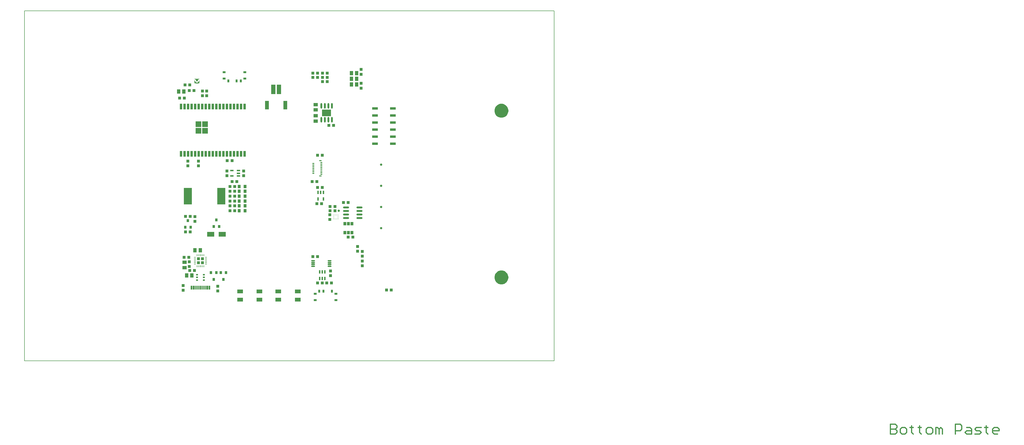
<source format=gbp>
G04*
G04 #@! TF.GenerationSoftware,Altium Limited,Altium Designer,20.0.10 (225)*
G04*
G04 Layer_Color=128*
%FSLAX25Y25*%
%MOIN*%
G70*
G01*
G75*
%ADD10C,0.01575*%
%ADD11R,0.03937X0.03937*%
%ADD12R,0.03937X0.03937*%
%ADD13R,0.07874X0.07874*%
%ADD14C,0.00591*%
%ADD15R,0.11811X0.23622*%
%ADD16R,0.03937X0.04331*%
%ADD17R,0.04331X0.03937*%
%ADD18R,0.02559X0.01181*%
%ADD19R,0.03150X0.01181*%
%ADD20R,0.03740X0.01575*%
%ADD21O,0.05512X0.01772*%
%ADD22R,0.02362X0.04528*%
%ADD23R,0.03937X0.03150*%
%ADD24R,0.02756X0.04331*%
%ADD25R,0.07874X0.05512*%
%ADD26R,0.01181X0.05709*%
%ADD27R,0.03347X0.03937*%
%ADD28R,0.03347X0.03937*%
%ADD29R,0.05906X0.05118*%
%ADD30R,0.05118X0.05906*%
%ADD31R,0.03150X0.02165*%
%ADD32R,0.10236X0.06693*%
%ADD33R,0.03937X0.05118*%
%ADD34C,0.01968*%
%ADD35R,0.03937X0.01575*%
%ADD36R,0.05512X0.12205*%
%ADD37R,0.05906X0.13386*%
%ADD38R,0.04724X0.05906*%
%ADD39O,0.02362X0.07874*%
%ADD40R,0.12992X0.09488*%
%ADD41O,0.08661X0.02362*%
%ADD42C,0.03150*%
%ADD43R,0.01083X0.00984*%
%ADD44R,0.00984X0.01083*%
%ADD45R,0.03937X0.05000*%
%ADD46O,0.00984X0.02953*%
%ADD47O,0.02953X0.00984*%
%ADD48R,0.03543X0.07874*%
%ADD49R,0.07874X0.03543*%
%ADD50R,0.04528X0.02362*%
G36*
X56730Y320415D02*
X56724Y320414D01*
X56030Y320322D01*
X56015Y320319D01*
X56000Y320317D01*
X55989Y320314D01*
X55979Y320312D01*
X55965Y320307D01*
X55950Y320303D01*
X55940Y320299D01*
X55930Y320295D01*
X55917Y320289D01*
X55903Y320283D01*
X55278Y319965D01*
X55265Y319957D01*
X55252Y319950D01*
X55243Y319944D01*
X55234Y319939D01*
X55222Y319929D01*
X55209Y319921D01*
X55202Y319914D01*
X55193Y319907D01*
X55183Y319896D01*
X55172Y319886D01*
X54688Y319379D01*
X54673Y319360D01*
X54657Y319341D01*
X54656Y319340D01*
X54655Y319339D01*
X54642Y319318D01*
X54629Y319298D01*
X54458Y318991D01*
X54454Y318982D01*
X54449Y318973D01*
X54444Y318962D01*
X54439Y318950D01*
X54437Y318947D01*
X54436Y318944D01*
X54433Y318935D01*
X54429Y318926D01*
X54426Y318913D01*
X54422Y318901D01*
X54421Y318898D01*
X54420Y318895D01*
X54418Y318885D01*
X54416Y318876D01*
X54414Y318863D01*
X54412Y318851D01*
X54412Y318847D01*
X54411Y318844D01*
X54411Y318835D01*
X54409Y318825D01*
X54409Y318812D01*
X54409Y318799D01*
X54409Y318796D01*
X54409Y318793D01*
X54409Y318783D01*
X54409Y318773D01*
X54411Y318760D01*
X54412Y318748D01*
X54413Y318744D01*
X54413Y318741D01*
X54415Y318732D01*
X54416Y318722D01*
X54473Y318437D01*
X54333Y317874D01*
X53965Y317425D01*
X53440Y317177D01*
X52859Y317177D01*
X52335Y317425D01*
X51967Y317874D01*
X51826Y318437D01*
X51883Y318722D01*
X51883Y318723D01*
X51884Y318724D01*
X51885Y318732D01*
X51886Y318739D01*
X51888Y318756D01*
X51890Y318773D01*
Y318774D01*
X51890Y318776D01*
X51890Y318783D01*
X51891Y318790D01*
X51890Y318807D01*
X51890Y318825D01*
X51890Y318826D01*
X51890Y318827D01*
X51889Y318835D01*
X51889Y318842D01*
X51886Y318858D01*
X51883Y318876D01*
X51883Y318877D01*
X51883Y318878D01*
X51881Y318885D01*
X51880Y318893D01*
X51875Y318908D01*
X51870Y318926D01*
X51869Y318927D01*
X51869Y318928D01*
X51866Y318935D01*
X51864Y318942D01*
X51857Y318957D01*
X51850Y318973D01*
X51850Y318974D01*
X51849Y318976D01*
X51845Y318982D01*
X51842Y318988D01*
X51676Y319293D01*
X51663Y319314D01*
X51650Y319334D01*
X51649Y319335D01*
X51648Y319337D01*
X51632Y319356D01*
X51617Y319374D01*
X51143Y319878D01*
X51133Y319888D01*
X51122Y319899D01*
X51113Y319905D01*
X51106Y319913D01*
X51093Y319921D01*
X51082Y319931D01*
X51073Y319936D01*
X51064Y319943D01*
X51050Y319950D01*
X51037Y319958D01*
X50423Y320275D01*
X50409Y320281D01*
X50396Y320288D01*
X50386Y320292D01*
X50376Y320296D01*
X50361Y320300D01*
X50347Y320305D01*
X50337Y320307D01*
X50326Y320310D01*
X50311Y320312D01*
X50296Y320316D01*
X49612Y320411D01*
X49607Y320411D01*
Y320865D01*
X56730D01*
X56730Y320415D01*
D02*
G37*
G36*
X56692Y316142D02*
Y314568D01*
X49607D01*
Y316142D01*
X49607Y318743D01*
X49790Y318689D01*
X50112Y318468D01*
X50350Y318160D01*
X50408Y318000D01*
X50494Y317606D01*
X50494Y317604D01*
X50494Y317602D01*
X50501Y317580D01*
X50508Y317557D01*
X50509Y317555D01*
X50509Y317553D01*
X50519Y317531D01*
X50529Y317509D01*
X50529Y317508D01*
X50530Y317506D01*
X50930Y316749D01*
X50940Y316732D01*
X50950Y316715D01*
X50954Y316710D01*
X50957Y316705D01*
X50969Y316690D01*
X50981Y316674D01*
X50986Y316670D01*
X50990Y316665D01*
X51004Y316651D01*
X51018Y316637D01*
X51660Y316071D01*
X51675Y316059D01*
X51691Y316046D01*
X51696Y316043D01*
X51701Y316039D01*
X51718Y316029D01*
X51734Y316019D01*
X51740Y316016D01*
X51745Y316013D01*
X51763Y316006D01*
X51781Y315998D01*
X52582Y315695D01*
X52601Y315689D01*
X52619Y315683D01*
X52626Y315681D01*
X52631Y315680D01*
X52651Y315676D01*
X52670Y315672D01*
X52676Y315672D01*
X52682Y315671D01*
X52702Y315670D01*
X52722Y315669D01*
X53578Y315669D01*
X53597Y315670D01*
X53617Y315671D01*
X53623Y315672D01*
X53629Y315672D01*
X53649Y315676D01*
X53668Y315680D01*
X53674Y315681D01*
X53680Y315683D01*
X53699Y315689D01*
X53717Y315695D01*
X54518Y315998D01*
X54536Y316006D01*
X54554Y316013D01*
X54560Y316016D01*
X54565Y316019D01*
X54582Y316029D01*
X54599Y316039D01*
X54604Y316043D01*
X54609Y316046D01*
X54624Y316059D01*
X54640Y316071D01*
X55282Y316637D01*
X55295Y316651D01*
X55310Y316665D01*
X55313Y316670D01*
X55318Y316674D01*
X55330Y316690D01*
X55342Y316705D01*
X55345Y316710D01*
X55349Y316715D01*
X55359Y316732D01*
X55369Y316749D01*
X55769Y317506D01*
X55770Y317508D01*
X55771Y317509D01*
X55780Y317531D01*
X55790Y317553D01*
X55791Y317555D01*
X55791Y317557D01*
X55798Y317580D01*
X55805Y317603D01*
X55805Y317604D01*
X55806Y317606D01*
X55892Y318000D01*
X55949Y318160D01*
X56187Y318468D01*
X56509Y318689D01*
X56692Y318743D01*
X56692Y316142D01*
D02*
G37*
G36*
X487123Y285055D02*
X488914Y284313D01*
X490526Y283236D01*
X491897Y281865D01*
X492974Y280253D01*
X493716Y278462D01*
X494095Y276560D01*
Y275590D01*
Y274621D01*
X493716Y272720D01*
X492974Y270928D01*
X491897Y269316D01*
X490526Y267945D01*
X488914Y266868D01*
X487123Y266126D01*
X485221Y265748D01*
X483283D01*
X481381Y266126D01*
X479590Y266868D01*
X477978Y267945D01*
X476607Y269316D01*
X475530Y270928D01*
X474788Y272720D01*
X474409Y274621D01*
Y275590D01*
Y276560D01*
X474788Y278462D01*
X475530Y280253D01*
X476607Y281865D01*
X477978Y283236D01*
X479590Y284313D01*
X481381Y285055D01*
X483283Y285433D01*
X485221D01*
X487123Y285055D01*
D02*
G37*
G36*
Y48834D02*
X488914Y48092D01*
X490526Y47015D01*
X491897Y45644D01*
X492974Y44032D01*
X493716Y42241D01*
X494095Y40339D01*
Y39370D01*
Y38401D01*
X493716Y36499D01*
X492974Y34708D01*
X491897Y33096D01*
X490526Y31725D01*
X488914Y30648D01*
X487123Y29906D01*
X485221Y29528D01*
X483283D01*
X481381Y29906D01*
X479590Y30648D01*
X477978Y31725D01*
X476607Y33096D01*
X475530Y34708D01*
X474788Y36499D01*
X474409Y38401D01*
Y39370D01*
Y40339D01*
X474788Y42241D01*
X475530Y44032D01*
X476607Y45644D01*
X477978Y47015D01*
X479590Y48092D01*
X481381Y48834D01*
X483283Y49213D01*
X485221D01*
X487123Y48834D01*
D02*
G37*
D10*
X1035047Y-168552D02*
Y-182327D01*
X1041934D01*
X1044230Y-180031D01*
Y-177735D01*
X1041934Y-175439D01*
X1035047D01*
X1041934D01*
X1044230Y-173144D01*
Y-170848D01*
X1041934Y-168552D01*
X1035047D01*
X1051118Y-182327D02*
X1055710D01*
X1058005Y-180031D01*
Y-175439D01*
X1055710Y-173144D01*
X1051118D01*
X1048822Y-175439D01*
Y-180031D01*
X1051118Y-182327D01*
X1064893Y-170848D02*
Y-173144D01*
X1062597D01*
X1067189D01*
X1064893D01*
Y-180031D01*
X1067189Y-182327D01*
X1076372Y-170848D02*
Y-173144D01*
X1074076D01*
X1078668D01*
X1076372D01*
Y-180031D01*
X1078668Y-182327D01*
X1087851D02*
X1092443D01*
X1094739Y-180031D01*
Y-175439D01*
X1092443Y-173144D01*
X1087851D01*
X1085556Y-175439D01*
Y-180031D01*
X1087851Y-182327D01*
X1099331D02*
Y-173144D01*
X1101626D01*
X1103922Y-175439D01*
Y-182327D01*
Y-175439D01*
X1106218Y-173144D01*
X1108514Y-175439D01*
Y-182327D01*
X1126881D02*
Y-168552D01*
X1133768D01*
X1136064Y-170848D01*
Y-175439D01*
X1133768Y-177735D01*
X1126881D01*
X1142952Y-173144D02*
X1147543D01*
X1149839Y-175439D01*
Y-182327D01*
X1142952D01*
X1140656Y-180031D01*
X1142952Y-177735D01*
X1149839D01*
X1154431Y-182327D02*
X1161318D01*
X1163614Y-180031D01*
X1161318Y-177735D01*
X1156727D01*
X1154431Y-175439D01*
X1156727Y-173144D01*
X1163614D01*
X1170502Y-170848D02*
Y-173144D01*
X1168206D01*
X1172798D01*
X1170502D01*
Y-180031D01*
X1172798Y-182327D01*
X1186573D02*
X1181981D01*
X1179685Y-180031D01*
Y-175439D01*
X1181981Y-173144D01*
X1186573D01*
X1188869Y-175439D01*
Y-177735D01*
X1179685D01*
D11*
X55118Y65945D02*
D03*
X61024Y60039D02*
D03*
Y65945D02*
D03*
D12*
X55118Y60039D02*
D03*
D13*
X64727Y256693D02*
D03*
Y247244D02*
D03*
X55278D02*
D03*
Y256693D02*
D03*
D14*
X559055Y-78740D02*
Y417323D01*
X-190945D02*
X559055D01*
X-190945Y-78740D02*
Y417323D01*
Y-78740D02*
X559055D01*
D15*
X40354Y154528D02*
D03*
X87598D02*
D03*
D16*
X95473Y183662D02*
D03*
Y190355D02*
D03*
X242125Y48623D02*
D03*
Y41930D02*
D03*
X42323Y61418D02*
D03*
Y54725D02*
D03*
X50197Y118701D02*
D03*
Y125394D02*
D03*
X40197Y204134D02*
D03*
Y197441D02*
D03*
X55197Y204134D02*
D03*
Y197441D02*
D03*
X285433Y327362D02*
D03*
Y334055D02*
D03*
X285433Y314370D02*
D03*
Y307678D02*
D03*
X241142Y121654D02*
D03*
Y128347D02*
D03*
X280512Y76378D02*
D03*
Y83071D02*
D03*
X287401Y76181D02*
D03*
Y69488D02*
D03*
Y62401D02*
D03*
Y55708D02*
D03*
X82678Y26969D02*
D03*
Y20276D02*
D03*
X33465Y27953D02*
D03*
Y21260D02*
D03*
X66929Y303543D02*
D03*
Y296850D02*
D03*
X61024Y296851D02*
D03*
Y303544D02*
D03*
X119095Y190355D02*
D03*
Y183662D02*
D03*
D17*
X102952Y175197D02*
D03*
X109645D02*
D03*
X217126Y68897D02*
D03*
X223819D02*
D03*
X236810Y31497D02*
D03*
X243503D02*
D03*
X230709Y31496D02*
D03*
X224016D02*
D03*
X42914Y49212D02*
D03*
X49607D02*
D03*
X41733Y67913D02*
D03*
X35040D02*
D03*
X43701Y103878D02*
D03*
X37008D02*
D03*
X37008Y125984D02*
D03*
X43701D02*
D03*
X100000Y133859D02*
D03*
X106693D02*
D03*
X100000Y140748D02*
D03*
X106693D02*
D03*
Y147638D02*
D03*
X100000D02*
D03*
X106693Y154528D02*
D03*
X100000D02*
D03*
X106693Y161418D02*
D03*
X100000D02*
D03*
X102756Y204725D02*
D03*
X96063D02*
D03*
X36103Y312130D02*
D03*
X42796D02*
D03*
X42323Y304052D02*
D03*
X49016D02*
D03*
X35237Y293429D02*
D03*
X28544D02*
D03*
X230906Y322834D02*
D03*
X237599D02*
D03*
X230906Y328740D02*
D03*
X237599D02*
D03*
X223819D02*
D03*
X217126D02*
D03*
X223819Y322834D02*
D03*
X217126D02*
D03*
X237599Y316929D02*
D03*
X230906D02*
D03*
X246457Y254921D02*
D03*
X239764D02*
D03*
X230708Y212599D02*
D03*
X224015D02*
D03*
X222834Y175197D02*
D03*
X216141D02*
D03*
X267126Y145670D02*
D03*
X260433D02*
D03*
X230511Y166733D02*
D03*
X223819D02*
D03*
X229724Y143898D02*
D03*
X223031D02*
D03*
X248426Y139763D02*
D03*
X241733D02*
D03*
X248426Y133858D02*
D03*
X241733D02*
D03*
X267323Y96456D02*
D03*
X274016D02*
D03*
X328150Y21653D02*
D03*
X321457D02*
D03*
X106693Y168307D02*
D03*
X100000D02*
D03*
D18*
X217766Y198622D02*
D03*
Y200984D02*
D03*
Y196260D02*
D03*
Y193898D02*
D03*
Y191535D02*
D03*
Y189173D02*
D03*
Y186811D02*
D03*
D19*
X229085Y202165D02*
D03*
Y199803D02*
D03*
Y197441D02*
D03*
Y195079D02*
D03*
Y192717D02*
D03*
Y190354D02*
D03*
Y187992D02*
D03*
Y185630D02*
D03*
D20*
X228002Y204724D02*
D03*
Y183071D02*
D03*
D21*
X240944Y62894D02*
D03*
Y60335D02*
D03*
Y57775D02*
D03*
Y55216D02*
D03*
X217716Y62894D02*
D03*
Y60335D02*
D03*
Y57775D02*
D03*
Y55216D02*
D03*
D22*
X226771Y37993D02*
D03*
X234251D02*
D03*
Y47245D02*
D03*
X230511D02*
D03*
X226771D02*
D03*
X230511Y37993D02*
D03*
X224606Y159941D02*
D03*
X228346D02*
D03*
X232087D02*
D03*
Y150689D02*
D03*
X224606D02*
D03*
D23*
X220472Y16339D02*
D03*
X250000D02*
D03*
Y7283D02*
D03*
X220472D02*
D03*
X121063Y321260D02*
D03*
X91535D02*
D03*
Y330315D02*
D03*
X121063D02*
D03*
D24*
X244094Y19882D02*
D03*
X226378D02*
D03*
X232283D02*
D03*
X97441Y317717D02*
D03*
X115157D02*
D03*
X109252D02*
D03*
D25*
X195866Y19685D02*
D03*
X168307D02*
D03*
X195866Y7874D02*
D03*
X168307D02*
D03*
X141732Y19685D02*
D03*
X114173D02*
D03*
X141732Y7874D02*
D03*
X114173D02*
D03*
D26*
X68110Y24793D02*
D03*
X66929D02*
D03*
X64961D02*
D03*
X62992D02*
D03*
X61024D02*
D03*
X59055D02*
D03*
X57087D02*
D03*
X55118D02*
D03*
X53150D02*
D03*
X51181D02*
D03*
X49213D02*
D03*
X48031D02*
D03*
X44783D02*
D03*
X45965D02*
D03*
X70177D02*
D03*
X71358D02*
D03*
D27*
X86811Y46063D02*
D03*
X90551Y36614D02*
D03*
X73032Y46063D02*
D03*
X76772Y36614D02*
D03*
X40354Y119882D02*
D03*
X44094Y110433D02*
D03*
X80709Y120866D02*
D03*
X84449Y111417D02*
D03*
D28*
X94291Y46063D02*
D03*
X80512D02*
D03*
X36614Y110433D02*
D03*
X76968Y111417D02*
D03*
D29*
X35433Y60827D02*
D03*
Y53347D02*
D03*
X221365Y284247D02*
D03*
Y276767D02*
D03*
Y261019D02*
D03*
Y268499D02*
D03*
D30*
X38583Y42323D02*
D03*
X46063D02*
D03*
X34646Y302878D02*
D03*
X27166D02*
D03*
X279331Y320866D02*
D03*
X271850D02*
D03*
X50394Y77756D02*
D03*
X57874D02*
D03*
D31*
X53347Y35630D02*
D03*
Y39370D02*
D03*
Y43110D02*
D03*
X62795D02*
D03*
Y39370D02*
D03*
Y35630D02*
D03*
D32*
X88779Y100394D02*
D03*
X72638D02*
D03*
D33*
X121260Y168307D02*
D03*
X112992D02*
D03*
Y161417D02*
D03*
X121260D02*
D03*
X112992Y154528D02*
D03*
X121260D02*
D03*
Y147638D02*
D03*
X112992D02*
D03*
X121260Y140748D02*
D03*
X112992D02*
D03*
Y133858D02*
D03*
X121260D02*
D03*
D34*
X53150Y318898D02*
D03*
D35*
Y314961D02*
D03*
D36*
X178150Y283465D02*
D03*
X152165D02*
D03*
D37*
X169095Y305709D02*
D03*
X161220D02*
D03*
D38*
X271850Y312992D02*
D03*
X279331D02*
D03*
X271850Y328740D02*
D03*
X279331D02*
D03*
D39*
X229173Y282480D02*
D03*
X234173D02*
D03*
X239173D02*
D03*
X244173D02*
D03*
X229173Y262795D02*
D03*
X234173D02*
D03*
X239173D02*
D03*
X244173D02*
D03*
D40*
X236673Y272638D02*
D03*
D41*
X264173Y123406D02*
D03*
Y128405D02*
D03*
Y133405D02*
D03*
Y138406D02*
D03*
X283071Y123406D02*
D03*
Y128405D02*
D03*
Y133405D02*
D03*
Y138406D02*
D03*
D42*
X253937Y133858D02*
D03*
X313976Y169291D02*
D03*
Y109291D02*
D03*
Y139291D02*
D03*
Y199291D02*
D03*
D43*
X252953Y127953D02*
D03*
X247047D02*
D03*
X252953Y125984D02*
D03*
X247047D02*
D03*
X252953Y124016D02*
D03*
X247047D02*
D03*
X252953Y122047D02*
D03*
X247047D02*
D03*
D44*
X250984Y127953D02*
D03*
X249016D02*
D03*
X250984Y122047D02*
D03*
X249016D02*
D03*
D45*
X262717Y102953D02*
D03*
X267717D02*
D03*
X272716D02*
D03*
Y115551D02*
D03*
X267717D02*
D03*
X262717D02*
D03*
D46*
X53150Y70768D02*
D03*
Y55216D02*
D03*
X62992D02*
D03*
X61024D02*
D03*
X59055D02*
D03*
X57087D02*
D03*
X55118D02*
D03*
Y70768D02*
D03*
X57087D02*
D03*
X59055D02*
D03*
X61024D02*
D03*
X62992D02*
D03*
D47*
X50295Y67913D02*
D03*
X65847D02*
D03*
X50295Y58071D02*
D03*
Y60039D02*
D03*
Y62008D02*
D03*
Y63976D02*
D03*
Y65945D02*
D03*
X65847D02*
D03*
Y63976D02*
D03*
Y62008D02*
D03*
Y60039D02*
D03*
Y58071D02*
D03*
D48*
X120472Y214567D02*
D03*
X115472D02*
D03*
X110472D02*
D03*
X105472D02*
D03*
X100480D02*
D03*
X30480D02*
D03*
X35480D02*
D03*
X40480D02*
D03*
X45480D02*
D03*
X50480D02*
D03*
X55480D02*
D03*
X60480D02*
D03*
X65480D02*
D03*
X70480D02*
D03*
X75480D02*
D03*
X80480D02*
D03*
X85480D02*
D03*
X90480D02*
D03*
X95480D02*
D03*
X100480Y281496D02*
D03*
X105472D02*
D03*
X110472D02*
D03*
X115472D02*
D03*
X120472D02*
D03*
X95480D02*
D03*
X90480D02*
D03*
X85480D02*
D03*
X80480D02*
D03*
X75480D02*
D03*
X70480D02*
D03*
X65480D02*
D03*
X60480D02*
D03*
X55480D02*
D03*
X50480D02*
D03*
X45480D02*
D03*
X40480D02*
D03*
X35480D02*
D03*
X30480D02*
D03*
D49*
X305394Y279016D02*
D03*
Y269016D02*
D03*
Y259016D02*
D03*
Y249016D02*
D03*
Y239016D02*
D03*
Y229016D02*
D03*
X330591Y269016D02*
D03*
Y229016D02*
D03*
Y239016D02*
D03*
Y249016D02*
D03*
Y259016D02*
D03*
Y279016D02*
D03*
D50*
X111909Y190748D02*
D03*
Y187008D02*
D03*
Y183268D02*
D03*
X102657D02*
D03*
Y190748D02*
D03*
M02*

</source>
